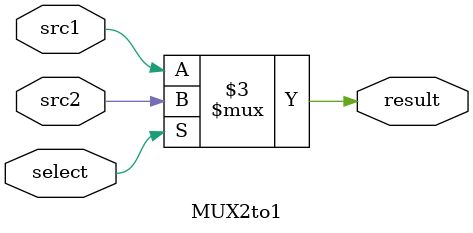
<source format=v>
module MUX2to1(
	input      src1,
	input      src2,
	input	   select,
	output reg result
	);
/* Write your code HERE */

always @(src1,src2,select) begin
	result=(!select) ? src1:src2;
end

endmodule

</source>
